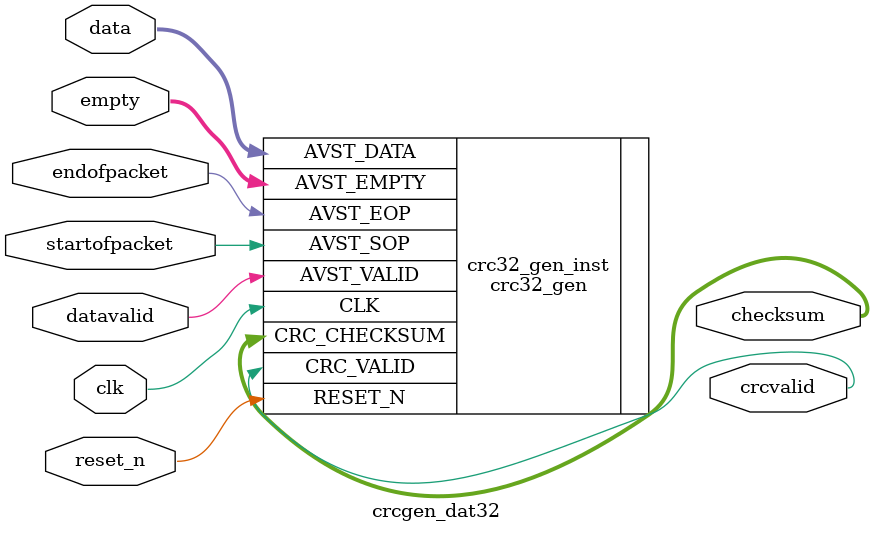
<source format=v>
module crcgen_dat32 (
	clk,
	data,
	datavalid,
	empty,
	endofpacket,
	reset_n,
	startofpacket,
	checksum,
	crcvalid);


	input		clk;
	input	[31:0]	data;
	input		datavalid;
	input	[1:0]	empty;
	input		endofpacket;
	input		reset_n;
	input		startofpacket;
	output	[31:0]	checksum;
	output		crcvalid;



crc32_gen  #(
	.DATA_WIDTH (32),
	.EMPTY_WIDTH (2),
	.CRC_WIDTH	(32),
	.REVERSE_DATA (1),
	.CRC_OUT_LATENCY  (3),
	.CRC_PIPELINE_MODE (1)
)
crc32_gen_inst(
	.CLK	(clk),
	.RESET_N (reset_n),
	
	.AVST_VALID (datavalid),
	.AVST_SOP (startofpacket),
	.AVST_DATA (data),
	.AVST_EOP (endofpacket),
	.AVST_EMPTY (empty),
	
	.CRC_VALID (crcvalid),
	.CRC_CHECKSUM (checksum)		
);

endmodule
</source>
